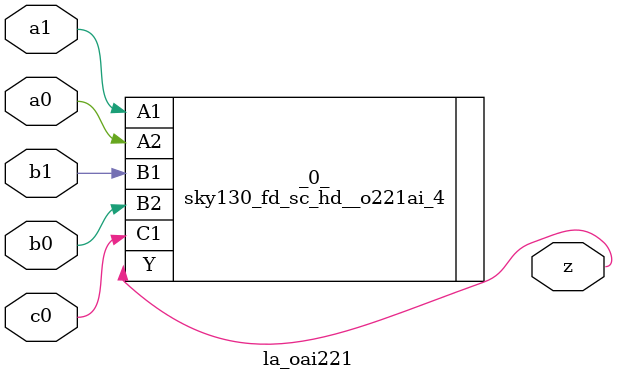
<source format=v>

/* Generated by Yosys 0.44 (git sha1 80ba43d26, g++ 11.4.0-1ubuntu1~22.04 -fPIC -O3) */

(* top =  1  *)
(* src = "generated" *)
(* keep_hierarchy *)
module la_oai221 (
    a0,
    a1,
    b0,
    b1,
    c0,
    z
);
  (* src = "generated" *)
  input a0;
  wire a0;
  (* src = "generated" *)
  input a1;
  wire a1;
  (* src = "generated" *)
  input b0;
  wire b0;
  (* src = "generated" *)
  input b1;
  wire b1;
  (* src = "generated" *)
  input c0;
  wire c0;
  (* src = "generated" *)
  output z;
  wire z;
  sky130_fd_sc_hd__o221ai_4 _0_ (
      .A1(a1),
      .A2(a0),
      .B1(b1),
      .B2(b0),
      .C1(c0),
      .Y (z)
  );
endmodule

</source>
